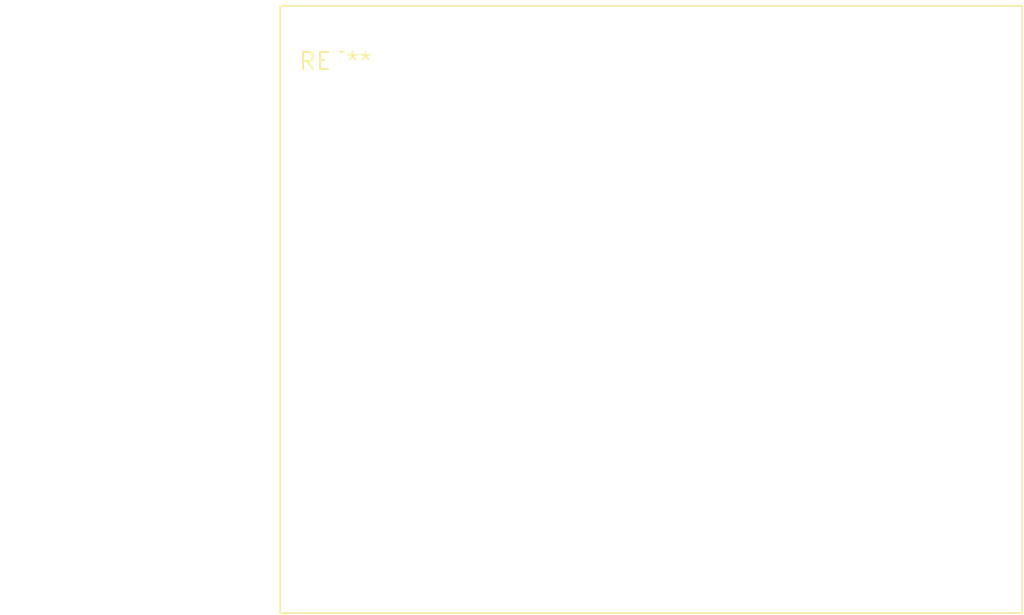
<source format=kicad_pcb>
(kicad_pcb (version 20240108) (generator pcbnew)
  (layers (0 "F.Cu" signal) (31 "B.Cu" signal) (34 "B.Paste" user) (35 "F.Paste" user) (36 "B.SilkS" user "B.Silkscreen") (37 "F.SilkS" user "F.Silkscreen") (38 "B.Mask" user) (39 "F.Mask" user) (44 "Edge.Cuts" user))
  (net 0 "")
  (footprint "Converter_ACDC_Vigortronix_VTX-214-015-1xx_THT" (layer "F.Cu") (at 0 0)
    (property "Reference" "REF**")
    (property "Value" "Converter_ACDC_Vigortronix_VTX-214-015-1xx_THT")
    (fp_line (start -4.12 -4.12) (end 51.12 -4.12) (layer "F.SilkS") (stroke (width 0.12)))
    (fp_line (start -4.12 41.12) (end -4.12 -4.12) (layer "F.SilkS") (stroke (width 0.12)))
    (fp_line (start 51.12 -4.12) (end 51.12 41.12) (layer "F.SilkS") (stroke (width 0.12)))
    (fp_line (start 51.12 41.12) (end -4.12 41.12) (layer "F.SilkS") (stroke (width 0.12)))
    (pad "1" thru_hole rect (at 0 0) (size 3 3) (drill 1.5) (layers *.Cu *.Mask) (remove_unused_layers))
    (pad "2" thru_hole circle (at 0 17.5) (size 3 3) (drill 1.5) (layers *.Cu *.Mask) (remove_unused_layers))
    (pad "3" thru_hole circle (at 0 35) (size 3 3) (drill 1.5) (layers *.Cu *.Mask) (remove_unused_layers))
    (pad "4" thru_hole circle (at 47 27.5) (size 3 3) (drill 1.5) (layers *.Cu *.Mask) (remove_unused_layers))
    (pad "5" thru_hole circle (at 47 7.5) (size 3 3) (drill 1.5) (layers *.Cu *.Mask) (remove_unused_layers))
  )
)
</source>
